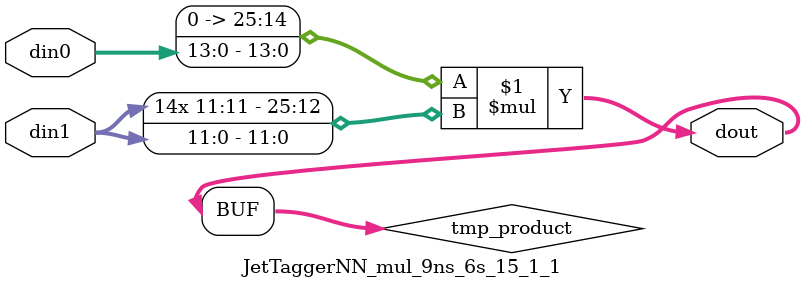
<source format=v>

`timescale 1 ns / 1 ps

  module JetTaggerNN_mul_9ns_6s_15_1_1(din0, din1, dout);
parameter ID = 1;
parameter NUM_STAGE = 0;
parameter din0_WIDTH = 14;
parameter din1_WIDTH = 12;
parameter dout_WIDTH = 26;

input [din0_WIDTH - 1 : 0] din0; 
input [din1_WIDTH - 1 : 0] din1; 
output [dout_WIDTH - 1 : 0] dout;

wire signed [dout_WIDTH - 1 : 0] tmp_product;











assign tmp_product = $signed({1'b0, din0}) * $signed(din1);










assign dout = tmp_product;







endmodule

</source>
